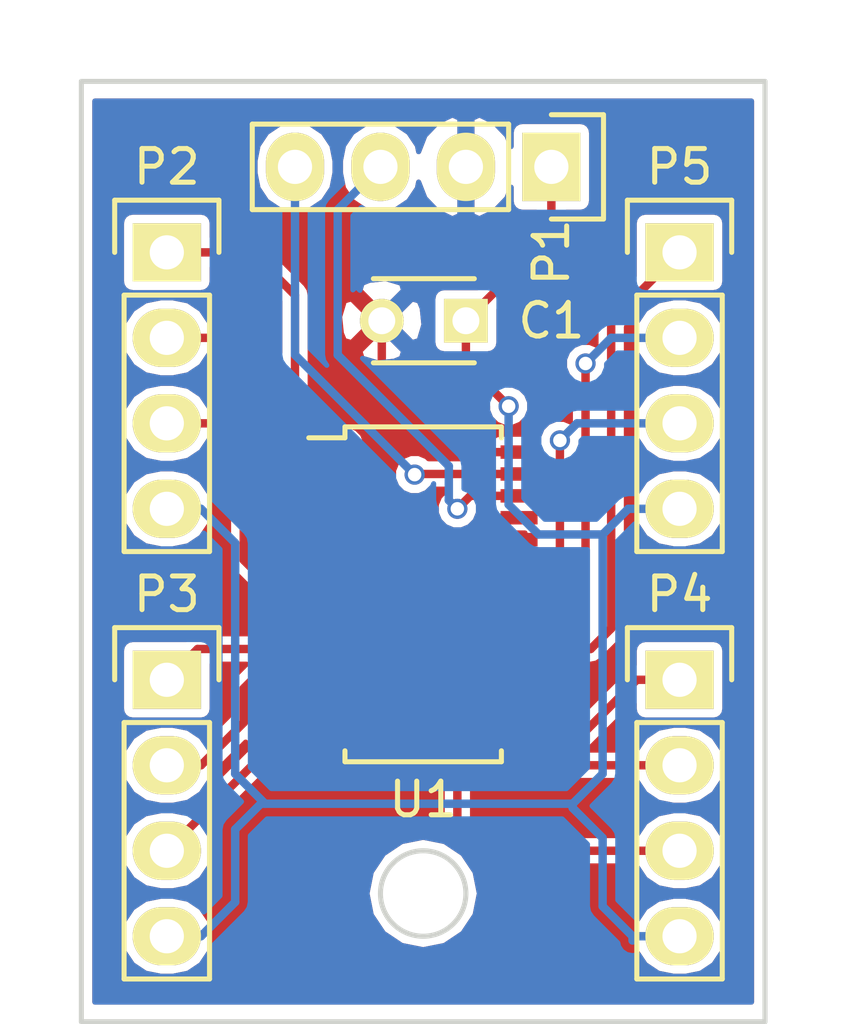
<source format=kicad_pcb>
(kicad_pcb (version 4) (host pcbnew 4.0.1-stable)

  (general
    (links 30)
    (no_connects 0)
    (area 135.861667 88.871666 161.318334 119.455001)
    (thickness 1.6)
    (drawings 5)
    (tracks 141)
    (zones 0)
    (modules 7)
    (nets 17)
  )

  (page A4)
  (layers
    (0 F.Cu signal)
    (31 B.Cu signal hide)
    (32 B.Adhes user)
    (33 F.Adhes user)
    (34 B.Paste user)
    (35 F.Paste user)
    (36 B.SilkS user)
    (37 F.SilkS user)
    (38 B.Mask user)
    (39 F.Mask user)
    (40 Dwgs.User user)
    (41 Cmts.User user)
    (42 Eco1.User user)
    (43 Eco2.User user)
    (44 Edge.Cuts user)
    (45 Margin user)
    (46 B.CrtYd user)
    (47 F.CrtYd user)
    (48 B.Fab user)
    (49 F.Fab user)
  )

  (setup
    (last_trace_width 0.25)
    (trace_clearance 0.2)
    (zone_clearance 0.25)
    (zone_45_only yes)
    (trace_min 0.2)
    (segment_width 0.2)
    (edge_width 0.15)
    (via_size 0.6)
    (via_drill 0.4)
    (via_min_size 0.4)
    (via_min_drill 0.3)
    (uvia_size 0.3)
    (uvia_drill 0.1)
    (uvias_allowed no)
    (uvia_min_size 0.2)
    (uvia_min_drill 0.1)
    (pcb_text_width 0.3)
    (pcb_text_size 1.5 1.5)
    (mod_edge_width 0.15)
    (mod_text_size 1 1)
    (mod_text_width 0.15)
    (pad_size 1.524 1.524)
    (pad_drill 0.762)
    (pad_to_mask_clearance 0.2)
    (aux_axis_origin 0 0)
    (visible_elements FFFEFF7F)
    (pcbplotparams
      (layerselection 0x00030_80000001)
      (usegerberextensions false)
      (excludeedgelayer true)
      (linewidth 0.100000)
      (plotframeref false)
      (viasonmask false)
      (mode 1)
      (useauxorigin false)
      (hpglpennumber 1)
      (hpglpenspeed 20)
      (hpglpendiameter 15)
      (hpglpenoverlay 2)
      (psnegative false)
      (psa4output false)
      (plotreference true)
      (plotvalue true)
      (plotinvisibletext false)
      (padsonsilk false)
      (subtractmaskfromsilk false)
      (outputformat 1)
      (mirror false)
      (drillshape 1)
      (scaleselection 1)
      (outputdirectory ""))
  )

  (net 0 "")
  (net 1 VDD)
  (net 2 GND)
  (net 3 "Net-(P1-Pad3)")
  (net 4 "Net-(P1-Pad4)")
  (net 5 "Net-(P2-Pad2)")
  (net 6 "Net-(P2-Pad3)")
  (net 7 "Net-(P3-Pad1)")
  (net 8 "Net-(P3-Pad2)")
  (net 9 "Net-(P3-Pad3)")
  (net 10 "Net-(P4-Pad1)")
  (net 11 "Net-(P4-Pad2)")
  (net 12 "Net-(P4-Pad3)")
  (net 13 "Net-(P5-Pad1)")
  (net 14 "Net-(P5-Pad2)")
  (net 15 "Net-(P5-Pad3)")
  (net 16 "Net-(P2-Pad1)")

  (net_class Default "This is the default net class."
    (clearance 0.2)
    (trace_width 0.25)
    (via_dia 0.6)
    (via_drill 0.4)
    (uvia_dia 0.3)
    (uvia_drill 0.1)
    (add_net GND)
    (add_net "Net-(P1-Pad3)")
    (add_net "Net-(P1-Pad4)")
    (add_net "Net-(P2-Pad1)")
    (add_net "Net-(P2-Pad2)")
    (add_net "Net-(P2-Pad3)")
    (add_net "Net-(P3-Pad1)")
    (add_net "Net-(P3-Pad2)")
    (add_net "Net-(P3-Pad3)")
    (add_net "Net-(P4-Pad1)")
    (add_net "Net-(P4-Pad2)")
    (add_net "Net-(P4-Pad3)")
    (add_net "Net-(P5-Pad1)")
    (add_net "Net-(P5-Pad2)")
    (add_net "Net-(P5-Pad3)")
    (add_net VDD)
  )

  (module Capacitors_ThroughHole:C_Disc_D3_P2.5 (layer F.Cu) (tedit 59693C24) (tstamp 59693B98)
    (at 149.86 98.552 180)
    (descr "Capacitor 3mm Disc, Pitch 2.5mm")
    (tags Capacitor)
    (path /59663400)
    (fp_text reference C1 (at -2.54 0 180) (layer F.SilkS)
      (effects (font (size 1 1) (thickness 0.15)))
    )
    (fp_text value C_Small (at 1.25 2.5 180) (layer F.Fab)
      (effects (font (size 1 1) (thickness 0.15)))
    )
    (fp_line (start -0.9 -1.5) (end 3.4 -1.5) (layer F.CrtYd) (width 0.05))
    (fp_line (start 3.4 -1.5) (end 3.4 1.5) (layer F.CrtYd) (width 0.05))
    (fp_line (start 3.4 1.5) (end -0.9 1.5) (layer F.CrtYd) (width 0.05))
    (fp_line (start -0.9 1.5) (end -0.9 -1.5) (layer F.CrtYd) (width 0.05))
    (fp_line (start -0.25 -1.25) (end 2.75 -1.25) (layer F.SilkS) (width 0.15))
    (fp_line (start 2.75 1.25) (end -0.25 1.25) (layer F.SilkS) (width 0.15))
    (pad 1 thru_hole rect (at 0 0 180) (size 1.3 1.3) (drill 0.8) (layers *.Cu *.Mask F.SilkS)
      (net 1 VDD))
    (pad 2 thru_hole circle (at 2.5 0 180) (size 1.3 1.3) (drill 0.8001) (layers *.Cu *.Mask F.SilkS)
      (net 2 GND))
    (model Capacitors_ThroughHole.3dshapes/C_Disc_D3_P2.5.wrl
      (at (xyz 0.0492126 0 0))
      (scale (xyz 1 1 1))
      (rotate (xyz 0 0 0))
    )
  )

  (module Pin_Headers:Pin_Header_Straight_1x04 (layer F.Cu) (tedit 59693C8A) (tstamp 59693BA0)
    (at 152.4 93.98 270)
    (descr "Through hole pin header")
    (tags "pin header")
    (path /596634A6)
    (fp_text reference P1 (at 2.54 0 270) (layer F.SilkS)
      (effects (font (size 1 1) (thickness 0.15)))
    )
    (fp_text value CONN_01X04 (at 0 -3.1 270) (layer F.Fab)
      (effects (font (size 1 1) (thickness 0.15)))
    )
    (fp_line (start -1.75 -1.75) (end -1.75 9.4) (layer F.CrtYd) (width 0.05))
    (fp_line (start 1.75 -1.75) (end 1.75 9.4) (layer F.CrtYd) (width 0.05))
    (fp_line (start -1.75 -1.75) (end 1.75 -1.75) (layer F.CrtYd) (width 0.05))
    (fp_line (start -1.75 9.4) (end 1.75 9.4) (layer F.CrtYd) (width 0.05))
    (fp_line (start -1.27 1.27) (end -1.27 8.89) (layer F.SilkS) (width 0.15))
    (fp_line (start 1.27 1.27) (end 1.27 8.89) (layer F.SilkS) (width 0.15))
    (fp_line (start 1.55 -1.55) (end 1.55 0) (layer F.SilkS) (width 0.15))
    (fp_line (start -1.27 8.89) (end 1.27 8.89) (layer F.SilkS) (width 0.15))
    (fp_line (start 1.27 1.27) (end -1.27 1.27) (layer F.SilkS) (width 0.15))
    (fp_line (start -1.55 0) (end -1.55 -1.55) (layer F.SilkS) (width 0.15))
    (fp_line (start -1.55 -1.55) (end 1.55 -1.55) (layer F.SilkS) (width 0.15))
    (pad 1 thru_hole rect (at 0 0 270) (size 2.032 1.7272) (drill 1.016) (layers *.Cu *.Mask F.SilkS)
      (net 1 VDD))
    (pad 2 thru_hole oval (at 0 2.54 270) (size 2.032 1.7272) (drill 1.016) (layers *.Cu *.Mask F.SilkS)
      (net 2 GND))
    (pad 3 thru_hole oval (at 0 5.08 270) (size 2.032 1.7272) (drill 1.016) (layers *.Cu *.Mask F.SilkS)
      (net 3 "Net-(P1-Pad3)"))
    (pad 4 thru_hole oval (at 0 7.62 270) (size 2.032 1.7272) (drill 1.016) (layers *.Cu *.Mask F.SilkS)
      (net 4 "Net-(P1-Pad4)"))
    (model Pin_Headers.3dshapes/Pin_Header_Straight_1x04.wrl
      (at (xyz 0 -0.15 0))
      (scale (xyz 1 1 1))
      (rotate (xyz 0 0 90))
    )
  )

  (module Pin_Headers:Pin_Header_Straight_1x04 (layer F.Cu) (tedit 59693C6E) (tstamp 59693BA8)
    (at 140.97 96.52)
    (descr "Through hole pin header")
    (tags "pin header")
    (path /5966307A)
    (fp_text reference P2 (at 0 -2.54) (layer F.SilkS)
      (effects (font (size 1 1) (thickness 0.15)))
    )
    (fp_text value CONN_01X04 (at 0 -3.1) (layer F.Fab)
      (effects (font (size 1 1) (thickness 0.15)))
    )
    (fp_line (start -1.75 -1.75) (end -1.75 9.4) (layer F.CrtYd) (width 0.05))
    (fp_line (start 1.75 -1.75) (end 1.75 9.4) (layer F.CrtYd) (width 0.05))
    (fp_line (start -1.75 -1.75) (end 1.75 -1.75) (layer F.CrtYd) (width 0.05))
    (fp_line (start -1.75 9.4) (end 1.75 9.4) (layer F.CrtYd) (width 0.05))
    (fp_line (start -1.27 1.27) (end -1.27 8.89) (layer F.SilkS) (width 0.15))
    (fp_line (start 1.27 1.27) (end 1.27 8.89) (layer F.SilkS) (width 0.15))
    (fp_line (start 1.55 -1.55) (end 1.55 0) (layer F.SilkS) (width 0.15))
    (fp_line (start -1.27 8.89) (end 1.27 8.89) (layer F.SilkS) (width 0.15))
    (fp_line (start 1.27 1.27) (end -1.27 1.27) (layer F.SilkS) (width 0.15))
    (fp_line (start -1.55 0) (end -1.55 -1.55) (layer F.SilkS) (width 0.15))
    (fp_line (start -1.55 -1.55) (end 1.55 -1.55) (layer F.SilkS) (width 0.15))
    (pad 1 thru_hole rect (at 0 0) (size 2.032 1.7272) (drill 1.016) (layers *.Cu *.Mask F.SilkS)
      (net 16 "Net-(P2-Pad1)"))
    (pad 2 thru_hole oval (at 0 2.54) (size 2.032 1.7272) (drill 1.016) (layers *.Cu *.Mask F.SilkS)
      (net 5 "Net-(P2-Pad2)"))
    (pad 3 thru_hole oval (at 0 5.08) (size 2.032 1.7272) (drill 1.016) (layers *.Cu *.Mask F.SilkS)
      (net 6 "Net-(P2-Pad3)"))
    (pad 4 thru_hole oval (at 0 7.62) (size 2.032 1.7272) (drill 1.016) (layers *.Cu *.Mask F.SilkS)
      (net 1 VDD))
    (model Pin_Headers.3dshapes/Pin_Header_Straight_1x04.wrl
      (at (xyz 0 -0.15 0))
      (scale (xyz 1 1 1))
      (rotate (xyz 0 0 90))
    )
  )

  (module Pin_Headers:Pin_Header_Straight_1x04 (layer F.Cu) (tedit 59693C77) (tstamp 59693BB0)
    (at 140.97 109.22)
    (descr "Through hole pin header")
    (tags "pin header")
    (path /596630A9)
    (fp_text reference P3 (at 0 -2.54) (layer F.SilkS)
      (effects (font (size 1 1) (thickness 0.15)))
    )
    (fp_text value CONN_01X04 (at 0 -3.1) (layer F.Fab)
      (effects (font (size 1 1) (thickness 0.15)))
    )
    (fp_line (start -1.75 -1.75) (end -1.75 9.4) (layer F.CrtYd) (width 0.05))
    (fp_line (start 1.75 -1.75) (end 1.75 9.4) (layer F.CrtYd) (width 0.05))
    (fp_line (start -1.75 -1.75) (end 1.75 -1.75) (layer F.CrtYd) (width 0.05))
    (fp_line (start -1.75 9.4) (end 1.75 9.4) (layer F.CrtYd) (width 0.05))
    (fp_line (start -1.27 1.27) (end -1.27 8.89) (layer F.SilkS) (width 0.15))
    (fp_line (start 1.27 1.27) (end 1.27 8.89) (layer F.SilkS) (width 0.15))
    (fp_line (start 1.55 -1.55) (end 1.55 0) (layer F.SilkS) (width 0.15))
    (fp_line (start -1.27 8.89) (end 1.27 8.89) (layer F.SilkS) (width 0.15))
    (fp_line (start 1.27 1.27) (end -1.27 1.27) (layer F.SilkS) (width 0.15))
    (fp_line (start -1.55 0) (end -1.55 -1.55) (layer F.SilkS) (width 0.15))
    (fp_line (start -1.55 -1.55) (end 1.55 -1.55) (layer F.SilkS) (width 0.15))
    (pad 1 thru_hole rect (at 0 0) (size 2.032 1.7272) (drill 1.016) (layers *.Cu *.Mask F.SilkS)
      (net 7 "Net-(P3-Pad1)"))
    (pad 2 thru_hole oval (at 0 2.54) (size 2.032 1.7272) (drill 1.016) (layers *.Cu *.Mask F.SilkS)
      (net 8 "Net-(P3-Pad2)"))
    (pad 3 thru_hole oval (at 0 5.08) (size 2.032 1.7272) (drill 1.016) (layers *.Cu *.Mask F.SilkS)
      (net 9 "Net-(P3-Pad3)"))
    (pad 4 thru_hole oval (at 0 7.62) (size 2.032 1.7272) (drill 1.016) (layers *.Cu *.Mask F.SilkS)
      (net 1 VDD))
    (model Pin_Headers.3dshapes/Pin_Header_Straight_1x04.wrl
      (at (xyz 0 -0.15 0))
      (scale (xyz 1 1 1))
      (rotate (xyz 0 0 90))
    )
  )

  (module Pin_Headers:Pin_Header_Straight_1x04 (layer F.Cu) (tedit 59693C9A) (tstamp 59693BB8)
    (at 156.21 109.22)
    (descr "Through hole pin header")
    (tags "pin header")
    (path /596630D3)
    (fp_text reference P4 (at 0 -2.54) (layer F.SilkS)
      (effects (font (size 1 1) (thickness 0.15)))
    )
    (fp_text value CONN_01X04 (at 0 -3.1) (layer F.Fab)
      (effects (font (size 1 1) (thickness 0.15)))
    )
    (fp_line (start -1.75 -1.75) (end -1.75 9.4) (layer F.CrtYd) (width 0.05))
    (fp_line (start 1.75 -1.75) (end 1.75 9.4) (layer F.CrtYd) (width 0.05))
    (fp_line (start -1.75 -1.75) (end 1.75 -1.75) (layer F.CrtYd) (width 0.05))
    (fp_line (start -1.75 9.4) (end 1.75 9.4) (layer F.CrtYd) (width 0.05))
    (fp_line (start -1.27 1.27) (end -1.27 8.89) (layer F.SilkS) (width 0.15))
    (fp_line (start 1.27 1.27) (end 1.27 8.89) (layer F.SilkS) (width 0.15))
    (fp_line (start 1.55 -1.55) (end 1.55 0) (layer F.SilkS) (width 0.15))
    (fp_line (start -1.27 8.89) (end 1.27 8.89) (layer F.SilkS) (width 0.15))
    (fp_line (start 1.27 1.27) (end -1.27 1.27) (layer F.SilkS) (width 0.15))
    (fp_line (start -1.55 0) (end -1.55 -1.55) (layer F.SilkS) (width 0.15))
    (fp_line (start -1.55 -1.55) (end 1.55 -1.55) (layer F.SilkS) (width 0.15))
    (pad 1 thru_hole rect (at 0 0) (size 2.032 1.7272) (drill 1.016) (layers *.Cu *.Mask F.SilkS)
      (net 10 "Net-(P4-Pad1)"))
    (pad 2 thru_hole oval (at 0 2.54) (size 2.032 1.7272) (drill 1.016) (layers *.Cu *.Mask F.SilkS)
      (net 11 "Net-(P4-Pad2)"))
    (pad 3 thru_hole oval (at 0 5.08) (size 2.032 1.7272) (drill 1.016) (layers *.Cu *.Mask F.SilkS)
      (net 12 "Net-(P4-Pad3)"))
    (pad 4 thru_hole oval (at 0 7.62) (size 2.032 1.7272) (drill 1.016) (layers *.Cu *.Mask F.SilkS)
      (net 1 VDD))
    (model Pin_Headers.3dshapes/Pin_Header_Straight_1x04.wrl
      (at (xyz 0 -0.15 0))
      (scale (xyz 1 1 1))
      (rotate (xyz 0 0 90))
    )
  )

  (module Pin_Headers:Pin_Header_Straight_1x04 (layer F.Cu) (tedit 59693C81) (tstamp 59693BC0)
    (at 156.21 96.52)
    (descr "Through hole pin header")
    (tags "pin header")
    (path /596630FB)
    (fp_text reference P5 (at 0 -2.54) (layer F.SilkS)
      (effects (font (size 1 1) (thickness 0.15)))
    )
    (fp_text value CONN_01X04 (at 0 -3.1) (layer F.Fab)
      (effects (font (size 1 1) (thickness 0.15)))
    )
    (fp_line (start -1.75 -1.75) (end -1.75 9.4) (layer F.CrtYd) (width 0.05))
    (fp_line (start 1.75 -1.75) (end 1.75 9.4) (layer F.CrtYd) (width 0.05))
    (fp_line (start -1.75 -1.75) (end 1.75 -1.75) (layer F.CrtYd) (width 0.05))
    (fp_line (start -1.75 9.4) (end 1.75 9.4) (layer F.CrtYd) (width 0.05))
    (fp_line (start -1.27 1.27) (end -1.27 8.89) (layer F.SilkS) (width 0.15))
    (fp_line (start 1.27 1.27) (end 1.27 8.89) (layer F.SilkS) (width 0.15))
    (fp_line (start 1.55 -1.55) (end 1.55 0) (layer F.SilkS) (width 0.15))
    (fp_line (start -1.27 8.89) (end 1.27 8.89) (layer F.SilkS) (width 0.15))
    (fp_line (start 1.27 1.27) (end -1.27 1.27) (layer F.SilkS) (width 0.15))
    (fp_line (start -1.55 0) (end -1.55 -1.55) (layer F.SilkS) (width 0.15))
    (fp_line (start -1.55 -1.55) (end 1.55 -1.55) (layer F.SilkS) (width 0.15))
    (pad 1 thru_hole rect (at 0 0) (size 2.032 1.7272) (drill 1.016) (layers *.Cu *.Mask F.SilkS)
      (net 13 "Net-(P5-Pad1)"))
    (pad 2 thru_hole oval (at 0 2.54) (size 2.032 1.7272) (drill 1.016) (layers *.Cu *.Mask F.SilkS)
      (net 14 "Net-(P5-Pad2)"))
    (pad 3 thru_hole oval (at 0 5.08) (size 2.032 1.7272) (drill 1.016) (layers *.Cu *.Mask F.SilkS)
      (net 15 "Net-(P5-Pad3)"))
    (pad 4 thru_hole oval (at 0 7.62) (size 2.032 1.7272) (drill 1.016) (layers *.Cu *.Mask F.SilkS)
      (net 1 VDD))
    (model Pin_Headers.3dshapes/Pin_Header_Straight_1x04.wrl
      (at (xyz 0 -0.15 0))
      (scale (xyz 1 1 1))
      (rotate (xyz 0 0 90))
    )
  )

  (module Housings_SSOP:TSSOP-28_4.4x9.7mm_Pitch0.65mm (layer F.Cu) (tedit 59693F24) (tstamp 59693BE0)
    (at 148.59 106.68)
    (descr "TSSOP28: plastic thin shrink small outline package; 28 leads; body width 4.4 mm; (see NXP SSOP-TSSOP-VSO-REFLOW.pdf and sot361-1_po.pdf)")
    (tags "SSOP 0.65")
    (path /596628F0)
    (attr smd)
    (fp_text reference U1 (at 0 6.096) (layer F.SilkS)
      (effects (font (size 1 1) (thickness 0.15)))
    )
    (fp_text value PCA9685 (at 0 5.9) (layer F.Fab)
      (effects (font (size 1 1) (thickness 0.15)))
    )
    (fp_line (start -3.65 -5.15) (end -3.65 5.15) (layer F.CrtYd) (width 0.05))
    (fp_line (start 3.65 -5.15) (end 3.65 5.15) (layer F.CrtYd) (width 0.05))
    (fp_line (start -3.65 -5.15) (end 3.65 -5.15) (layer F.CrtYd) (width 0.05))
    (fp_line (start -3.65 5.15) (end 3.65 5.15) (layer F.CrtYd) (width 0.05))
    (fp_line (start -2.325 -4.975) (end -2.325 -4.65) (layer F.SilkS) (width 0.15))
    (fp_line (start 2.325 -4.975) (end 2.325 -4.65) (layer F.SilkS) (width 0.15))
    (fp_line (start 2.325 4.975) (end 2.325 4.65) (layer F.SilkS) (width 0.15))
    (fp_line (start -2.325 4.975) (end -2.325 4.65) (layer F.SilkS) (width 0.15))
    (fp_line (start -2.325 -4.975) (end 2.325 -4.975) (layer F.SilkS) (width 0.15))
    (fp_line (start -2.325 4.975) (end 2.325 4.975) (layer F.SilkS) (width 0.15))
    (fp_line (start -2.325 -4.65) (end -3.4 -4.65) (layer F.SilkS) (width 0.15))
    (pad 1 smd rect (at -2.85 -4.225) (size 1.1 0.4) (layers F.Cu F.Paste F.Mask)
      (net 2 GND))
    (pad 2 smd rect (at -2.85 -3.575) (size 1.1 0.4) (layers F.Cu F.Paste F.Mask)
      (net 2 GND))
    (pad 3 smd rect (at -2.85 -2.925) (size 1.1 0.4) (layers F.Cu F.Paste F.Mask)
      (net 2 GND))
    (pad 4 smd rect (at -2.85 -2.275) (size 1.1 0.4) (layers F.Cu F.Paste F.Mask)
      (net 2 GND))
    (pad 5 smd rect (at -2.85 -1.625) (size 1.1 0.4) (layers F.Cu F.Paste F.Mask)
      (net 2 GND))
    (pad 6 smd rect (at -2.85 -0.975) (size 1.1 0.4) (layers F.Cu F.Paste F.Mask)
      (net 16 "Net-(P2-Pad1)"))
    (pad 7 smd rect (at -2.85 -0.325) (size 1.1 0.4) (layers F.Cu F.Paste F.Mask)
      (net 5 "Net-(P2-Pad2)"))
    (pad 8 smd rect (at -2.85 0.325) (size 1.1 0.4) (layers F.Cu F.Paste F.Mask)
      (net 6 "Net-(P2-Pad3)"))
    (pad 9 smd rect (at -2.85 0.975) (size 1.1 0.4) (layers F.Cu F.Paste F.Mask))
    (pad 10 smd rect (at -2.85 1.625) (size 1.1 0.4) (layers F.Cu F.Paste F.Mask)
      (net 7 "Net-(P3-Pad1)"))
    (pad 11 smd rect (at -2.85 2.275) (size 1.1 0.4) (layers F.Cu F.Paste F.Mask)
      (net 8 "Net-(P3-Pad2)"))
    (pad 12 smd rect (at -2.85 2.925) (size 1.1 0.4) (layers F.Cu F.Paste F.Mask)
      (net 9 "Net-(P3-Pad3)"))
    (pad 13 smd rect (at -2.85 3.575) (size 1.1 0.4) (layers F.Cu F.Paste F.Mask))
    (pad 14 smd rect (at -2.85 4.225) (size 1.1 0.4) (layers F.Cu F.Paste F.Mask)
      (net 2 GND))
    (pad 15 smd rect (at 2.85 4.225) (size 1.1 0.4) (layers F.Cu F.Paste F.Mask)
      (net 10 "Net-(P4-Pad1)"))
    (pad 16 smd rect (at 2.85 3.575) (size 1.1 0.4) (layers F.Cu F.Paste F.Mask)
      (net 11 "Net-(P4-Pad2)"))
    (pad 17 smd rect (at 2.85 2.925) (size 1.1 0.4) (layers F.Cu F.Paste F.Mask)
      (net 12 "Net-(P4-Pad3)"))
    (pad 18 smd rect (at 2.85 2.275) (size 1.1 0.4) (layers F.Cu F.Paste F.Mask))
    (pad 19 smd rect (at 2.85 1.625) (size 1.1 0.4) (layers F.Cu F.Paste F.Mask)
      (net 13 "Net-(P5-Pad1)"))
    (pad 20 smd rect (at 2.85 0.975) (size 1.1 0.4) (layers F.Cu F.Paste F.Mask)
      (net 14 "Net-(P5-Pad2)"))
    (pad 21 smd rect (at 2.85 0.325) (size 1.1 0.4) (layers F.Cu F.Paste F.Mask)
      (net 15 "Net-(P5-Pad3)"))
    (pad 22 smd rect (at 2.85 -0.325) (size 1.1 0.4) (layers F.Cu F.Paste F.Mask))
    (pad 23 smd rect (at 2.85 -0.975) (size 1.1 0.4) (layers F.Cu F.Paste F.Mask)
      (net 2 GND))
    (pad 24 smd rect (at 2.85 -1.625) (size 1.1 0.4) (layers F.Cu F.Paste F.Mask)
      (net 2 GND))
    (pad 25 smd rect (at 2.85 -2.275) (size 1.1 0.4) (layers F.Cu F.Paste F.Mask)
      (net 2 GND))
    (pad 26 smd rect (at 2.85 -2.925) (size 1.1 0.4) (layers F.Cu F.Paste F.Mask)
      (net 3 "Net-(P1-Pad3)"))
    (pad 27 smd rect (at 2.85 -3.575) (size 1.1 0.4) (layers F.Cu F.Paste F.Mask)
      (net 4 "Net-(P1-Pad4)"))
    (pad 28 smd rect (at 2.85 -4.225) (size 1.1 0.4) (layers F.Cu F.Paste F.Mask)
      (net 1 VDD))
    (model Housings_SSOP.3dshapes/TSSOP-28_4.4x9.7mm_Pitch0.65mm.wrl
      (at (xyz 0 0 0))
      (scale (xyz 1 1 1))
      (rotate (xyz 0 0 0))
    )
  )

  (gr_circle (center 148.59 115.57) (end 148.59 116.84) (layer Edge.Cuts) (width 0.15))
  (gr_line (start 138.43 119.38) (end 158.75 119.38) (angle 90) (layer Edge.Cuts) (width 0.15))
  (gr_line (start 138.43 119.38) (end 138.43 91.44) (angle 90) (layer Edge.Cuts) (width 0.15))
  (gr_line (start 158.75 91.44) (end 158.75 119.38) (angle 90) (layer Edge.Cuts) (width 0.15))
  (gr_line (start 138.43 91.44) (end 158.75 91.44) (angle 90) (layer Edge.Cuts) (width 0.15))

  (segment (start 150.622 100.584) (end 149.86 99.822) (width 0.25) (layer F.Cu) (net 1))
  (segment (start 153.035 112.903) (end 153.035 113.03) (width 0.25) (layer B.Cu) (net 1))
  (segment (start 153.035 113.03) (end 153.924 113.919) (width 0.25) (layer B.Cu) (net 1) (tstamp 598B17DD))
  (segment (start 143.891 112.903) (end 143.764 112.903) (width 0.25) (layer B.Cu) (net 1))
  (segment (start 143.764 112.903) (end 143.002 113.665) (width 0.25) (layer B.Cu) (net 1) (tstamp 598B17D6))
  (segment (start 140.97 116.84) (end 141.986 116.84) (width 0.25) (layer B.Cu) (net 1))
  (segment (start 141.986 116.84) (end 143.002 115.824) (width 0.25) (layer B.Cu) (net 1) (tstamp 598B17CE))
  (segment (start 143.002 112.014) (end 143.891 112.903) (width 0.25) (layer B.Cu) (net 1))
  (segment (start 153.035 112.903) (end 153.924 112.014) (width 0.25) (layer B.Cu) (net 1) (tstamp 598B17A3))
  (segment (start 143.891 112.903) (end 153.035 112.903) (width 0.25) (layer B.Cu) (net 1) (tstamp 598B17A2))
  (segment (start 152.019 104.902) (end 153.924 104.902) (width 0.25) (layer B.Cu) (net 1) (tstamp 598B1143))
  (segment (start 151.13 104.013) (end 152.019 104.902) (width 0.25) (layer B.Cu) (net 1) (tstamp 598B113D))
  (segment (start 151.13 101.092) (end 151.13 104.013) (width 0.25) (layer B.Cu) (net 1) (tstamp 598B113C))
  (via (at 151.13 101.092) (size 0.6) (drill 0.4) (layers F.Cu B.Cu) (net 1))
  (segment (start 150.622 100.584) (end 151.13 101.092) (width 0.25) (layer F.Cu) (net 1) (tstamp 598B1135))
  (segment (start 140.97 104.14) (end 141.986 104.14) (width 0.25) (layer B.Cu) (net 1))
  (segment (start 141.986 104.14) (end 143.002 105.156) (width 0.25) (layer B.Cu) (net 1) (tstamp 598B10FD))
  (segment (start 143.002 105.156) (end 143.002 112.014) (width 0.25) (layer B.Cu) (net 1) (tstamp 598B1100))
  (segment (start 143.002 113.665) (end 143.002 115.824) (width 0.25) (layer B.Cu) (net 1) (tstamp 598B17DB))
  (segment (start 154.813 116.84) (end 154.813 116.967) (width 0.25) (layer B.Cu) (net 1))
  (segment (start 156.21 104.14) (end 154.686 104.14) (width 0.25) (layer B.Cu) (net 1))
  (segment (start 154.686 104.14) (end 153.924 104.902) (width 0.25) (layer B.Cu) (net 1) (tstamp 598B10E3))
  (segment (start 154.813 116.84) (end 156.21 116.84) (width 0.25) (layer B.Cu) (net 1) (tstamp 598B10EA))
  (segment (start 153.924 115.951) (end 154.813 116.84) (width 0.25) (layer B.Cu) (net 1) (tstamp 598B10E8))
  (segment (start 153.924 113.919) (end 153.924 115.951) (width 0.25) (layer B.Cu) (net 1) (tstamp 598B17E3))
  (segment (start 153.924 104.902) (end 153.924 112.014) (width 0.25) (layer B.Cu) (net 1) (tstamp 598B10E4))
  (segment (start 149.86 98.552) (end 149.86 99.822) (width 0.25) (layer F.Cu) (net 1))
  (segment (start 149.86 99.822) (end 149.86 100.584) (width 0.25) (layer F.Cu) (net 1) (tstamp 598B1831))
  (segment (start 149.86 100.584) (end 149.86 101.854) (width 0.25) (layer F.Cu) (net 1) (tstamp 598B1133))
  (segment (start 150.461 102.455) (end 151.44 102.455) (width 0.25) (layer F.Cu) (net 1) (tstamp 59693DBD))
  (segment (start 149.86 101.854) (end 150.461 102.455) (width 0.25) (layer F.Cu) (net 1) (tstamp 59693DB8))
  (segment (start 152.4 93.98) (end 152.4 96.012) (width 0.25) (layer F.Cu) (net 1))
  (segment (start 152.4 96.012) (end 149.86 98.552) (width 0.25) (layer F.Cu) (net 1) (tstamp 59693DB3))
  (segment (start 150.114 105.156) (end 150.114 105.664) (width 0.25) (layer F.Cu) (net 2))
  (segment (start 150.155 105.705) (end 151.44 105.705) (width 0.25) (layer F.Cu) (net 2) (tstamp 59693E81))
  (segment (start 150.114 105.664) (end 150.155 105.705) (width 0.25) (layer F.Cu) (net 2) (tstamp 59693E80))
  (segment (start 150.114 105.156) (end 150.114 104.648) (width 0.25) (layer F.Cu) (net 2))
  (segment (start 150.357 104.405) (end 151.44 104.405) (width 0.25) (layer F.Cu) (net 2) (tstamp 59693E7D))
  (segment (start 150.114 104.648) (end 150.357 104.405) (width 0.25) (layer F.Cu) (net 2) (tstamp 59693E7C))
  (segment (start 147.32 105.156) (end 150.114 105.156) (width 0.25) (layer F.Cu) (net 2))
  (segment (start 150.114 105.156) (end 151.339 105.156) (width 0.25) (layer F.Cu) (net 2) (tstamp 59693E7A))
  (segment (start 151.339 105.156) (end 151.44 105.055) (width 0.25) (layer F.Cu) (net 2) (tstamp 59693E75))
  (segment (start 145.74 105.055) (end 147.36 105.055) (width 0.25) (layer F.Cu) (net 2))
  (segment (start 147.32 105.156) (end 147.36 105.156) (width 0.25) (layer F.Cu) (net 2) (tstamp 59693E54))
  (segment (start 147.32 105.095) (end 147.32 105.156) (width 0.25) (layer F.Cu) (net 2) (tstamp 59693E53))
  (segment (start 147.36 105.055) (end 147.32 105.095) (width 0.25) (layer F.Cu) (net 2) (tstamp 59693E52))
  (segment (start 145.74 104.405) (end 147.36 104.405) (width 0.25) (layer F.Cu) (net 2))
  (segment (start 147.32 104.394) (end 147.36 104.394) (width 0.25) (layer F.Cu) (net 2) (tstamp 59693E4F))
  (segment (start 147.349 104.394) (end 147.32 104.394) (width 0.25) (layer F.Cu) (net 2) (tstamp 59693E4E))
  (segment (start 147.36 104.405) (end 147.349 104.394) (width 0.25) (layer F.Cu) (net 2) (tstamp 59693E4D))
  (segment (start 145.74 103.755) (end 147.36 103.755) (width 0.25) (layer F.Cu) (net 2))
  (segment (start 147.32 103.886) (end 147.36 103.886) (width 0.25) (layer F.Cu) (net 2) (tstamp 59693E4A))
  (segment (start 147.32 103.795) (end 147.32 103.886) (width 0.25) (layer F.Cu) (net 2) (tstamp 59693E49))
  (segment (start 147.36 103.755) (end 147.32 103.795) (width 0.25) (layer F.Cu) (net 2) (tstamp 59693E48))
  (segment (start 145.74 103.105) (end 147.36 103.105) (width 0.25) (layer F.Cu) (net 2))
  (segment (start 147.32 103.124) (end 147.36 103.124) (width 0.25) (layer F.Cu) (net 2) (tstamp 59693E45))
  (segment (start 147.341 103.124) (end 147.32 103.124) (width 0.25) (layer F.Cu) (net 2) (tstamp 59693E44))
  (segment (start 147.36 103.105) (end 147.341 103.124) (width 0.25) (layer F.Cu) (net 2) (tstamp 59693E3D))
  (segment (start 147.36 101.854) (end 147.36 103.124) (width 0.25) (layer F.Cu) (net 2))
  (segment (start 147.36 103.124) (end 147.36 103.886) (width 0.25) (layer F.Cu) (net 2) (tstamp 59693E46))
  (segment (start 147.36 103.886) (end 147.36 104.394) (width 0.25) (layer F.Cu) (net 2) (tstamp 59693E4B))
  (segment (start 147.36 104.394) (end 147.36 105.156) (width 0.25) (layer F.Cu) (net 2) (tstamp 59693E50))
  (segment (start 147.36 105.156) (end 147.36 110.45) (width 0.25) (layer F.Cu) (net 2) (tstamp 59693E55))
  (segment (start 146.905 110.905) (end 145.74 110.905) (width 0.25) (layer F.Cu) (net 2) (tstamp 59693E33))
  (segment (start 147.36 110.45) (end 146.905 110.905) (width 0.25) (layer F.Cu) (net 2) (tstamp 59693E31))
  (segment (start 147.36 98.552) (end 147.36 101.854) (width 0.25) (layer F.Cu) (net 2))
  (segment (start 147.36 101.854) (end 147.36 101.814) (width 0.25) (layer F.Cu) (net 2) (tstamp 59693E2F))
  (segment (start 146.719 102.455) (end 145.74 102.455) (width 0.25) (layer F.Cu) (net 2) (tstamp 59693E0B))
  (segment (start 147.36 101.814) (end 146.719 102.455) (width 0.25) (layer F.Cu) (net 2) (tstamp 59693E05))
  (segment (start 149.86 93.98) (end 149.86 96.012) (width 0.25) (layer F.Cu) (net 2))
  (segment (start 149.86 96.012) (end 147.36 98.512) (width 0.25) (layer F.Cu) (net 2) (tstamp 59693DC2))
  (segment (start 147.36 98.512) (end 147.36 98.552) (width 0.25) (layer F.Cu) (net 2) (tstamp 59693DC3))
  (segment (start 151.44 103.755) (end 149.991 103.755) (width 0.25) (layer F.Cu) (net 3))
  (segment (start 146.05 95.25) (end 147.32 93.98) (width 0.25) (layer B.Cu) (net 3) (tstamp 59693ED0))
  (segment (start 146.05 99.568) (end 146.05 95.25) (width 0.25) (layer B.Cu) (net 3) (tstamp 59693ECE))
  (segment (start 149.352 102.87) (end 146.05 99.568) (width 0.25) (layer B.Cu) (net 3) (tstamp 59693EC9))
  (segment (start 149.352 103.886) (end 149.352 102.87) (width 0.25) (layer B.Cu) (net 3) (tstamp 59693EC7))
  (segment (start 149.606 104.14) (end 149.352 103.886) (width 0.25) (layer B.Cu) (net 3) (tstamp 59693EC6))
  (via (at 149.606 104.14) (size 0.6) (drill 0.4) (layers F.Cu B.Cu) (net 3))
  (segment (start 149.991 103.755) (end 149.606 104.14) (width 0.25) (layer F.Cu) (net 3) (tstamp 59693EBC))
  (segment (start 151.44 103.105) (end 148.355 103.105) (width 0.25) (layer F.Cu) (net 4))
  (segment (start 144.78 99.568) (end 144.78 93.98) (width 0.25) (layer B.Cu) (net 4) (tstamp 59693EA0))
  (segment (start 148.336 103.124) (end 144.78 99.568) (width 0.25) (layer B.Cu) (net 4) (tstamp 59693E9F))
  (via (at 148.336 103.124) (size 0.6) (drill 0.4) (layers F.Cu B.Cu) (net 4))
  (segment (start 148.355 103.105) (end 148.336 103.124) (width 0.25) (layer F.Cu) (net 4) (tstamp 59693E8B))
  (segment (start 145.74 106.355) (end 144.836 106.355) (width 0.25) (layer F.Cu) (net 5))
  (segment (start 143.256 99.06) (end 140.97 99.06) (width 0.25) (layer F.Cu) (net 5) (tstamp 598B10A2))
  (segment (start 144.018 99.822) (end 143.256 99.06) (width 0.25) (layer F.Cu) (net 5) (tstamp 598B109F))
  (segment (start 144.018 105.537) (end 144.018 99.822) (width 0.25) (layer F.Cu) (net 5) (tstamp 598B109C))
  (segment (start 144.836 106.355) (end 144.018 105.537) (width 0.25) (layer F.Cu) (net 5) (tstamp 598B1097))
  (segment (start 145.74 107.005) (end 144.597 107.005) (width 0.25) (layer F.Cu) (net 6))
  (segment (start 142.748 101.6) (end 140.97 101.6) (width 0.25) (layer F.Cu) (net 6) (tstamp 598B10B2))
  (segment (start 143.256 102.108) (end 142.748 101.6) (width 0.25) (layer F.Cu) (net 6) (tstamp 598B10B0))
  (segment (start 143.256 105.664) (end 143.256 102.108) (width 0.25) (layer F.Cu) (net 6) (tstamp 598B10AB))
  (segment (start 144.597 107.005) (end 143.256 105.664) (width 0.25) (layer F.Cu) (net 6) (tstamp 598B10A7))
  (segment (start 141.224 101.6) (end 140.97 101.6) (width 0.25) (layer F.Cu) (net 6) (tstamp 59693D59))
  (segment (start 145.74 108.305) (end 141.885 108.305) (width 0.25) (layer F.Cu) (net 7))
  (segment (start 141.885 108.305) (end 140.97 109.22) (width 0.25) (layer F.Cu) (net 7) (tstamp 59693D1B))
  (segment (start 145.74 108.955) (end 143.775 108.955) (width 0.25) (layer F.Cu) (net 8))
  (segment (start 143.256 110.49) (end 141.986 111.76) (width 0.25) (layer F.Cu) (net 8) (tstamp 59693D41))
  (segment (start 143.256 109.474) (end 143.256 110.49) (width 0.25) (layer F.Cu) (net 8) (tstamp 59693D3F))
  (segment (start 143.775 108.955) (end 143.256 109.474) (width 0.25) (layer F.Cu) (net 8) (tstamp 59693D3E))
  (segment (start 141.986 111.76) (end 140.97 111.76) (width 0.25) (layer F.Cu) (net 8) (tstamp 59693D44))
  (segment (start 145.74 109.605) (end 144.141 109.605) (width 0.25) (layer F.Cu) (net 9))
  (segment (start 143.764 111.506) (end 140.97 114.3) (width 0.25) (layer F.Cu) (net 9) (tstamp 59693D4D))
  (segment (start 143.764 109.982) (end 143.764 111.506) (width 0.25) (layer F.Cu) (net 9) (tstamp 59693D4A))
  (segment (start 144.141 109.605) (end 143.764 109.982) (width 0.25) (layer F.Cu) (net 9) (tstamp 59693D49))
  (segment (start 151.44 110.905) (end 153.255 110.905) (width 0.25) (layer F.Cu) (net 10))
  (segment (start 154.94 109.22) (end 156.21 109.22) (width 0.25) (layer F.Cu) (net 10) (tstamp 59693DF2))
  (segment (start 153.255 110.905) (end 154.94 109.22) (width 0.25) (layer F.Cu) (net 10) (tstamp 59693DEF))
  (segment (start 151.44 110.255) (end 150.349 110.255) (width 0.25) (layer F.Cu) (net 11))
  (segment (start 150.622 111.76) (end 156.21 111.76) (width 0.25) (layer F.Cu) (net 11) (tstamp 59693DEC))
  (segment (start 150.114 111.252) (end 150.622 111.76) (width 0.25) (layer F.Cu) (net 11) (tstamp 59693DE9))
  (segment (start 150.114 110.49) (end 150.114 111.252) (width 0.25) (layer F.Cu) (net 11) (tstamp 59693DE6))
  (segment (start 150.349 110.255) (end 150.114 110.49) (width 0.25) (layer F.Cu) (net 11) (tstamp 59693DE5))
  (segment (start 151.44 109.605) (end 149.983 109.605) (width 0.25) (layer F.Cu) (net 12))
  (segment (start 150.368 114.3) (end 156.21 114.3) (width 0.25) (layer F.Cu) (net 12) (tstamp 59693DE1))
  (segment (start 149.606 113.538) (end 150.368 114.3) (width 0.25) (layer F.Cu) (net 12) (tstamp 59693DDF))
  (segment (start 149.606 109.982) (end 149.606 113.538) (width 0.25) (layer F.Cu) (net 12) (tstamp 59693DDD))
  (segment (start 149.983 109.605) (end 149.606 109.982) (width 0.25) (layer F.Cu) (net 12) (tstamp 59693DDC))
  (segment (start 151.44 108.305) (end 153.569 108.305) (width 0.25) (layer F.Cu) (net 13))
  (segment (start 154.178 98.552) (end 156.21 96.52) (width 0.25) (layer F.Cu) (net 13) (tstamp 59693EE2))
  (segment (start 154.178 107.696) (end 154.178 98.552) (width 0.25) (layer F.Cu) (net 13) (tstamp 59693EDE))
  (segment (start 153.569 108.305) (end 154.178 107.696) (width 0.25) (layer F.Cu) (net 13) (tstamp 59693EDD))
  (segment (start 151.44 107.655) (end 152.949 107.655) (width 0.25) (layer F.Cu) (net 14))
  (segment (start 154.178 99.06) (end 156.21 99.06) (width 0.25) (layer B.Cu) (net 14) (tstamp 59693F00))
  (segment (start 153.416 99.822) (end 154.178 99.06) (width 0.25) (layer B.Cu) (net 14) (tstamp 59693EFF))
  (via (at 153.416 99.822) (size 0.6) (drill 0.4) (layers F.Cu B.Cu) (net 14))
  (segment (start 153.416 107.188) (end 153.416 99.822) (width 0.25) (layer F.Cu) (net 14) (tstamp 59693EF4))
  (segment (start 152.949 107.655) (end 153.416 107.188) (width 0.25) (layer F.Cu) (net 14) (tstamp 59693EF2))
  (segment (start 151.44 107.005) (end 152.329 107.005) (width 0.25) (layer F.Cu) (net 15))
  (segment (start 153.162 101.6) (end 156.21 101.6) (width 0.25) (layer B.Cu) (net 15) (tstamp 59693F13))
  (segment (start 152.654 102.108) (end 153.162 101.6) (width 0.25) (layer B.Cu) (net 15) (tstamp 59693F12))
  (via (at 152.654 102.108) (size 0.6) (drill 0.4) (layers F.Cu B.Cu) (net 15))
  (segment (start 152.654 106.68) (end 152.654 102.108) (width 0.25) (layer F.Cu) (net 15) (tstamp 59693F09))
  (segment (start 152.329 107.005) (end 152.654 106.68) (width 0.25) (layer F.Cu) (net 15) (tstamp 59693F06))
  (segment (start 140.97 96.52) (end 143.51 96.52) (width 0.25) (layer F.Cu) (net 16))
  (segment (start 145.075 105.705) (end 145.74 105.705) (width 0.25) (layer F.Cu) (net 16) (tstamp 598B1093))
  (segment (start 144.78 105.41) (end 145.075 105.705) (width 0.25) (layer F.Cu) (net 16) (tstamp 598B1090))
  (segment (start 144.78 97.79) (end 144.78 105.41) (width 0.25) (layer F.Cu) (net 16) (tstamp 598B108B))
  (segment (start 143.51 96.52) (end 144.78 97.79) (width 0.25) (layer F.Cu) (net 16) (tstamp 598B1085))

  (zone (net 2) (net_name GND) (layer F.Cu) (tstamp 59693F85) (hatch edge 0.508)
    (connect_pads (clearance 0.25))
    (min_thickness 0.15)
    (fill yes (arc_segments 16) (thermal_gap 0.508) (thermal_bridge_width 0.508))
    (polygon
      (pts
        (xy 158.496 118.872) (xy 138.684 118.872) (xy 138.684 91.948) (xy 158.496 91.948) (xy 158.496 118.872)
      )
    )
    (filled_polygon
      (pts
        (xy 158.35 118.797) (xy 138.83 118.797) (xy 138.83 116.84) (xy 139.602728 116.84) (xy 139.693205 117.294858)
        (xy 139.950861 117.680467) (xy 140.33647 117.938123) (xy 140.791328 118.0286) (xy 141.148672 118.0286) (xy 141.60353 117.938123)
        (xy 141.989139 117.680467) (xy 142.246795 117.294858) (xy 142.337272 116.84) (xy 142.246795 116.385142) (xy 141.989139 115.999533)
        (xy 141.60353 115.741877) (xy 141.148672 115.6514) (xy 140.791328 115.6514) (xy 140.33647 115.741877) (xy 139.950861 115.999533)
        (xy 139.693205 116.385142) (xy 139.602728 116.84) (xy 138.83 116.84) (xy 138.83 115.57) (xy 146.92 115.57)
        (xy 147.047121 116.209081) (xy 147.409132 116.750868) (xy 147.950919 117.112879) (xy 148.59 117.24) (xy 149.229081 117.112879)
        (xy 149.637472 116.84) (xy 154.842728 116.84) (xy 154.933205 117.294858) (xy 155.190861 117.680467) (xy 155.57647 117.938123)
        (xy 156.031328 118.0286) (xy 156.388672 118.0286) (xy 156.84353 117.938123) (xy 157.229139 117.680467) (xy 157.486795 117.294858)
        (xy 157.577272 116.84) (xy 157.486795 116.385142) (xy 157.229139 115.999533) (xy 156.84353 115.741877) (xy 156.388672 115.6514)
        (xy 156.031328 115.6514) (xy 155.57647 115.741877) (xy 155.190861 115.999533) (xy 154.933205 116.385142) (xy 154.842728 116.84)
        (xy 149.637472 116.84) (xy 149.770868 116.750868) (xy 150.132879 116.209081) (xy 150.26 115.57) (xy 150.132879 114.930919)
        (xy 149.770868 114.389132) (xy 149.229081 114.027121) (xy 148.59 113.9) (xy 147.950919 114.027121) (xy 147.409132 114.389132)
        (xy 147.047121 114.930919) (xy 146.92 115.57) (xy 138.83 115.57) (xy 138.83 104.14) (xy 139.602728 104.14)
        (xy 139.693205 104.594858) (xy 139.950861 104.980467) (xy 140.33647 105.238123) (xy 140.791328 105.3286) (xy 141.148672 105.3286)
        (xy 141.60353 105.238123) (xy 141.989139 104.980467) (xy 142.246795 104.594858) (xy 142.337272 104.14) (xy 142.246795 103.685142)
        (xy 141.989139 103.299533) (xy 141.60353 103.041877) (xy 141.148672 102.9514) (xy 140.791328 102.9514) (xy 140.33647 103.041877)
        (xy 139.950861 103.299533) (xy 139.693205 103.685142) (xy 139.602728 104.14) (xy 138.83 104.14) (xy 138.83 99.06)
        (xy 139.602728 99.06) (xy 139.693205 99.514858) (xy 139.950861 99.900467) (xy 140.33647 100.158123) (xy 140.791328 100.2486)
        (xy 141.148672 100.2486) (xy 141.60353 100.158123) (xy 141.989139 99.900467) (xy 142.246795 99.514858) (xy 142.247761 99.51)
        (xy 143.069604 99.51) (xy 143.568 100.008396) (xy 143.568 101.783604) (xy 143.066198 101.281802) (xy 143.039865 101.264207)
        (xy 142.920208 101.184254) (xy 142.748 101.15) (xy 142.247761 101.15) (xy 142.246795 101.145142) (xy 141.989139 100.759533)
        (xy 141.60353 100.501877) (xy 141.148672 100.4114) (xy 140.791328 100.4114) (xy 140.33647 100.501877) (xy 139.950861 100.759533)
        (xy 139.693205 101.145142) (xy 139.602728 101.6) (xy 139.693205 102.054858) (xy 139.950861 102.440467) (xy 140.33647 102.698123)
        (xy 140.791328 102.7886) (xy 141.148672 102.7886) (xy 141.60353 102.698123) (xy 141.989139 102.440467) (xy 142.246795 102.054858)
        (xy 142.247761 102.05) (xy 142.561604 102.05) (xy 142.806 102.294396) (xy 142.806 105.664) (xy 142.840254 105.836208)
        (xy 142.88622 105.905) (xy 142.937802 105.982198) (xy 144.278802 107.323198) (xy 144.424792 107.420746) (xy 144.597 107.455)
        (xy 144.858633 107.455) (xy 144.858633 107.855) (xy 141.885 107.855) (xy 141.712792 107.889254) (xy 141.566802 107.986802)
        (xy 141.528571 108.025033) (xy 139.954 108.025033) (xy 139.833562 108.047695) (xy 139.722947 108.118874) (xy 139.64874 108.22748)
        (xy 139.622633 108.3564) (xy 139.622633 110.0836) (xy 139.645295 110.204038) (xy 139.716474 110.314653) (xy 139.82508 110.38886)
        (xy 139.954 110.414967) (xy 141.986 110.414967) (xy 142.106438 110.392305) (xy 142.217053 110.321126) (xy 142.29126 110.21252)
        (xy 142.317367 110.0836) (xy 142.317367 108.755) (xy 143.338604 108.755) (xy 142.937802 109.155802) (xy 142.840254 109.301792)
        (xy 142.806 109.474) (xy 142.806 110.303604) (xy 142.069621 111.039983) (xy 141.989139 110.919533) (xy 141.60353 110.661877)
        (xy 141.148672 110.5714) (xy 140.791328 110.5714) (xy 140.33647 110.661877) (xy 139.950861 110.919533) (xy 139.693205 111.305142)
        (xy 139.602728 111.76) (xy 139.693205 112.214858) (xy 139.950861 112.600467) (xy 140.33647 112.858123) (xy 140.791328 112.9486)
        (xy 141.148672 112.9486) (xy 141.60353 112.858123) (xy 141.989139 112.600467) (xy 142.246795 112.214858) (xy 142.269346 112.101485)
        (xy 142.304198 112.078198) (xy 143.314 111.068396) (xy 143.314 111.319604) (xy 141.460231 113.173373) (xy 141.148672 113.1114)
        (xy 140.791328 113.1114) (xy 140.33647 113.201877) (xy 139.950861 113.459533) (xy 139.693205 113.845142) (xy 139.602728 114.3)
        (xy 139.693205 114.754858) (xy 139.950861 115.140467) (xy 140.33647 115.398123) (xy 140.791328 115.4886) (xy 141.148672 115.4886)
        (xy 141.60353 115.398123) (xy 141.989139 115.140467) (xy 142.246795 114.754858) (xy 142.337272 114.3) (xy 142.246795 113.845142)
        (xy 142.172478 113.733918) (xy 144.082198 111.824198) (xy 144.125094 111.76) (xy 144.179746 111.678208) (xy 144.214 111.506)
        (xy 144.214 111.15075) (xy 144.607 111.15075) (xy 144.607 111.220966) (xy 144.695756 111.435243) (xy 144.859757 111.599244)
        (xy 145.074034 111.688) (xy 145.41525 111.688) (xy 145.561 111.54225) (xy 145.561 111.005) (xy 145.919 111.005)
        (xy 145.919 111.54225) (xy 146.06475 111.688) (xy 146.405966 111.688) (xy 146.620243 111.599244) (xy 146.784244 111.435243)
        (xy 146.873 111.220966) (xy 146.873 111.15075) (xy 146.72725 111.005) (xy 145.919 111.005) (xy 145.561 111.005)
        (xy 144.75275 111.005) (xy 144.607 111.15075) (xy 144.214 111.15075) (xy 144.214 110.168396) (xy 144.327396 110.055)
        (xy 144.858633 110.055) (xy 144.858633 110.21188) (xy 144.695756 110.374757) (xy 144.607 110.589034) (xy 144.607 110.65925)
        (xy 144.75275 110.805) (xy 145.561 110.805) (xy 145.561 110.786367) (xy 145.919 110.786367) (xy 145.919 110.805)
        (xy 146.72725 110.805) (xy 146.873 110.65925) (xy 146.873 110.589034) (xy 146.784244 110.374757) (xy 146.621367 110.21188)
        (xy 146.621367 110.055) (xy 146.598705 109.934562) (xy 146.595986 109.930336) (xy 146.621367 109.805) (xy 146.621367 109.405)
        (xy 146.598705 109.284562) (xy 146.595986 109.280336) (xy 146.621367 109.155) (xy 146.621367 108.755) (xy 146.598705 108.634562)
        (xy 146.595986 108.630336) (xy 146.621367 108.505) (xy 146.621367 108.105) (xy 146.598705 107.984562) (xy 146.595986 107.980336)
        (xy 146.621367 107.855) (xy 146.621367 107.455) (xy 146.598705 107.334562) (xy 146.595986 107.330336) (xy 146.621367 107.205)
        (xy 146.621367 106.805) (xy 146.598705 106.684562) (xy 146.595986 106.680336) (xy 146.621367 106.555) (xy 146.621367 106.155)
        (xy 146.598705 106.034562) (xy 146.595986 106.030336) (xy 146.621367 105.905) (xy 146.621367 105.74812) (xy 146.784244 105.585243)
        (xy 146.873 105.370966) (xy 146.873 105.30075) (xy 146.72725 105.155) (xy 146.485635 105.155) (xy 146.620243 105.099244)
        (xy 146.784244 104.935243) (xy 146.810574 104.871676) (xy 146.873 104.80925) (xy 146.873 104.739034) (xy 146.869258 104.73)
        (xy 146.873 104.720966) (xy 146.873 104.65075) (xy 146.810574 104.588324) (xy 146.784244 104.524757) (xy 146.664487 104.405)
        (xy 146.784244 104.285243) (xy 146.810574 104.221676) (xy 146.873 104.15925) (xy 146.873 104.089034) (xy 146.869258 104.08)
        (xy 146.873 104.070966) (xy 146.873 104.00075) (xy 146.810574 103.938324) (xy 146.784244 103.874757) (xy 146.664487 103.755)
        (xy 146.784244 103.635243) (xy 146.810574 103.571676) (xy 146.873 103.50925) (xy 146.873 103.439034) (xy 146.869258 103.43)
        (xy 146.873 103.420966) (xy 146.873 103.35075) (xy 146.810574 103.288324) (xy 146.793779 103.247775) (xy 147.710892 103.247775)
        (xy 147.805842 103.477571) (xy 147.981504 103.65354) (xy 148.211134 103.748891) (xy 148.459775 103.749108) (xy 148.689571 103.654158)
        (xy 148.788902 103.555) (xy 149.385156 103.555) (xy 149.252429 103.609842) (xy 149.07646 103.785504) (xy 148.981109 104.015134)
        (xy 148.980892 104.263775) (xy 149.075842 104.493571) (xy 149.251504 104.66954) (xy 149.481134 104.764891) (xy 149.729775 104.765108)
        (xy 149.959571 104.670158) (xy 150.13554 104.494496) (xy 150.230891 104.264866) (xy 150.230943 104.205) (xy 150.35275 104.205)
        (xy 150.45275 104.305) (xy 150.694365 104.305) (xy 150.559757 104.360756) (xy 150.395756 104.524757) (xy 150.369426 104.588324)
        (xy 150.307 104.65075) (xy 150.307 104.720966) (xy 150.310742 104.73) (xy 150.307 104.739034) (xy 150.307 104.80925)
        (xy 150.369426 104.871676) (xy 150.395756 104.935243) (xy 150.515513 105.055) (xy 150.395756 105.174757) (xy 150.369426 105.238324)
        (xy 150.307 105.30075) (xy 150.307 105.370966) (xy 150.310742 105.38) (xy 150.307 105.389034) (xy 150.307 105.45925)
        (xy 150.369426 105.521676) (xy 150.395756 105.585243) (xy 150.559757 105.749244) (xy 150.694365 105.805) (xy 150.45275 105.805)
        (xy 150.307 105.95075) (xy 150.307 106.020966) (xy 150.395756 106.235243) (xy 150.558633 106.39812) (xy 150.558633 106.555)
        (xy 150.581295 106.675438) (xy 150.584014 106.679664) (xy 150.558633 106.805) (xy 150.558633 107.205) (xy 150.581295 107.325438)
        (xy 150.584014 107.329664) (xy 150.558633 107.455) (xy 150.558633 107.855) (xy 150.581295 107.975438) (xy 150.584014 107.979664)
        (xy 150.558633 108.105) (xy 150.558633 108.505) (xy 150.581295 108.625438) (xy 150.584014 108.629664) (xy 150.558633 108.755)
        (xy 150.558633 109.155) (xy 149.983 109.155) (xy 149.810793 109.189253) (xy 149.664802 109.286802) (xy 149.287802 109.663802)
        (xy 149.190254 109.809792) (xy 149.156 109.982) (xy 149.156 113.538) (xy 149.190254 113.710208) (xy 149.280415 113.845142)
        (xy 149.287802 113.856198) (xy 150.049802 114.618198) (xy 150.195792 114.715746) (xy 150.368 114.75) (xy 154.932239 114.75)
        (xy 154.933205 114.754858) (xy 155.190861 115.140467) (xy 155.57647 115.398123) (xy 156.031328 115.4886) (xy 156.388672 115.4886)
        (xy 156.84353 115.398123) (xy 157.229139 115.140467) (xy 157.486795 114.754858) (xy 157.577272 114.3) (xy 157.486795 113.845142)
        (xy 157.229139 113.459533) (xy 156.84353 113.201877) (xy 156.388672 113.1114) (xy 156.031328 113.1114) (xy 155.57647 113.201877)
        (xy 155.190861 113.459533) (xy 154.933205 113.845142) (xy 154.932239 113.85) (xy 150.554396 113.85) (xy 150.056 113.351604)
        (xy 150.056 111.830396) (xy 150.303802 112.078198) (xy 150.449792 112.175746) (xy 150.622 112.21) (xy 154.932239 112.21)
        (xy 154.933205 112.214858) (xy 155.190861 112.600467) (xy 155.57647 112.858123) (xy 156.031328 112.9486) (xy 156.388672 112.9486)
        (xy 156.84353 112.858123) (xy 157.229139 112.600467) (xy 157.486795 112.214858) (xy 157.577272 111.76) (xy 157.486795 111.305142)
        (xy 157.229139 110.919533) (xy 156.84353 110.661877) (xy 156.388672 110.5714) (xy 156.031328 110.5714) (xy 155.57647 110.661877)
        (xy 155.190861 110.919533) (xy 154.933205 111.305142) (xy 154.932239 111.31) (xy 153.44329 111.31) (xy 153.573198 111.223198)
        (xy 154.862633 109.933763) (xy 154.862633 110.0836) (xy 154.885295 110.204038) (xy 154.956474 110.314653) (xy 155.06508 110.38886)
        (xy 155.194 110.414967) (xy 157.226 110.414967) (xy 157.346438 110.392305) (xy 157.457053 110.321126) (xy 157.53126 110.21252)
        (xy 157.557367 110.0836) (xy 157.557367 108.3564) (xy 157.534705 108.235962) (xy 157.463526 108.125347) (xy 157.35492 108.05114)
        (xy 157.226 108.025033) (xy 155.194 108.025033) (xy 155.073562 108.047695) (xy 154.962947 108.118874) (xy 154.88874 108.22748)
        (xy 154.862633 108.3564) (xy 154.862633 108.785389) (xy 154.767792 108.804254) (xy 154.719732 108.836367) (xy 154.621802 108.901802)
        (xy 153.068604 110.455) (xy 152.321367 110.455) (xy 152.321367 110.055) (xy 152.298705 109.934562) (xy 152.295986 109.930336)
        (xy 152.321367 109.805) (xy 152.321367 109.405) (xy 152.298705 109.284562) (xy 152.295986 109.280336) (xy 152.321367 109.155)
        (xy 152.321367 108.755) (xy 153.569 108.755) (xy 153.741208 108.720746) (xy 153.887198 108.623198) (xy 154.496198 108.014198)
        (xy 154.593746 107.868208) (xy 154.628 107.696) (xy 154.628 104.14) (xy 154.842728 104.14) (xy 154.933205 104.594858)
        (xy 155.190861 104.980467) (xy 155.57647 105.238123) (xy 156.031328 105.3286) (xy 156.388672 105.3286) (xy 156.84353 105.238123)
        (xy 157.229139 104.980467) (xy 157.486795 104.594858) (xy 157.577272 104.14) (xy 157.486795 103.685142) (xy 157.229139 103.299533)
        (xy 156.84353 103.041877) (xy 156.388672 102.9514) (xy 156.031328 102.9514) (xy 155.57647 103.041877) (xy 155.190861 103.299533)
        (xy 154.933205 103.685142) (xy 154.842728 104.14) (xy 154.628 104.14) (xy 154.628 101.6) (xy 154.842728 101.6)
        (xy 154.933205 102.054858) (xy 155.190861 102.440467) (xy 155.57647 102.698123) (xy 156.031328 102.7886) (xy 156.388672 102.7886)
        (xy 156.84353 102.698123) (xy 157.229139 102.440467) (xy 157.486795 102.054858) (xy 157.577272 101.6) (xy 157.486795 101.145142)
        (xy 157.229139 100.759533) (xy 156.84353 100.501877) (xy 156.388672 100.4114) (xy 156.031328 100.4114) (xy 155.57647 100.501877)
        (xy 155.190861 100.759533) (xy 154.933205 101.145142) (xy 154.842728 101.6) (xy 154.628 101.6) (xy 154.628 99.06)
        (xy 154.842728 99.06) (xy 154.933205 99.514858) (xy 155.190861 99.900467) (xy 155.57647 100.158123) (xy 156.031328 100.2486)
        (xy 156.388672 100.2486) (xy 156.84353 100.158123) (xy 157.229139 99.900467) (xy 157.486795 99.514858) (xy 157.577272 99.06)
        (xy 157.486795 98.605142) (xy 157.229139 98.219533) (xy 156.84353 97.961877) (xy 156.388672 97.8714) (xy 156.031328 97.8714)
        (xy 155.57647 97.961877) (xy 155.190861 98.219533) (xy 154.933205 98.605142) (xy 154.842728 99.06) (xy 154.628 99.06)
        (xy 154.628 98.738396) (xy 155.651429 97.714967) (xy 157.226 97.714967) (xy 157.346438 97.692305) (xy 157.457053 97.621126)
        (xy 157.53126 97.51252) (xy 157.557367 97.3836) (xy 157.557367 95.6564) (xy 157.534705 95.535962) (xy 157.463526 95.425347)
        (xy 157.35492 95.35114) (xy 157.226 95.325033) (xy 155.194 95.325033) (xy 155.073562 95.347695) (xy 154.962947 95.418874)
        (xy 154.88874 95.52748) (xy 154.862633 95.6564) (xy 154.862633 97.230971) (xy 153.859802 98.233802) (xy 153.762254 98.379792)
        (xy 153.728 98.552) (xy 153.728 99.274814) (xy 153.540866 99.197109) (xy 153.292225 99.196892) (xy 153.062429 99.291842)
        (xy 152.88646 99.467504) (xy 152.791109 99.697134) (xy 152.790892 99.945775) (xy 152.885842 100.175571) (xy 152.966 100.255869)
        (xy 152.966 101.560814) (xy 152.778866 101.483109) (xy 152.530225 101.482892) (xy 152.300429 101.577842) (xy 152.12446 101.753504)
        (xy 152.048866 101.935554) (xy 151.99 101.923633) (xy 150.89 101.923633) (xy 150.769562 101.946295) (xy 150.678332 102.005)
        (xy 150.647396 102.005) (xy 150.31 101.667604) (xy 150.31 100.908396) (xy 150.50499 101.103386) (xy 150.504892 101.215775)
        (xy 150.599842 101.445571) (xy 150.775504 101.62154) (xy 151.005134 101.716891) (xy 151.253775 101.717108) (xy 151.483571 101.622158)
        (xy 151.65954 101.446496) (xy 151.754891 101.216866) (xy 151.755108 100.968225) (xy 151.660158 100.738429) (xy 151.484496 100.56246)
        (xy 151.254866 100.467109) (xy 151.141406 100.46701) (xy 150.31 99.635604) (xy 150.31 99.533367) (xy 150.51 99.533367)
        (xy 150.630438 99.510705) (xy 150.741053 99.439526) (xy 150.81526 99.33092) (xy 150.841367 99.202) (xy 150.841367 98.207029)
        (xy 152.718198 96.330198) (xy 152.815746 96.184208) (xy 152.85 96.012) (xy 152.85 95.327367) (xy 153.2636 95.327367)
        (xy 153.384038 95.304705) (xy 153.494653 95.233526) (xy 153.56886 95.12492) (xy 153.594967 94.996) (xy 153.594967 92.964)
        (xy 153.572305 92.843562) (xy 153.501126 92.732947) (xy 153.39252 92.65874) (xy 153.2636 92.632633) (xy 151.5364 92.632633)
        (xy 151.415962 92.655295) (xy 151.305347 92.726474) (xy 151.23114 92.83508) (xy 151.205033 92.964) (xy 151.205033 93.37535)
        (xy 151.078128 93.049933) (xy 150.687803 92.642972) (xy 150.261355 92.437792) (xy 150.039 92.539124) (xy 150.039 93.801)
        (xy 150.059 93.801) (xy 150.059 94.159) (xy 150.039 94.159) (xy 150.039 95.420876) (xy 150.261355 95.522208)
        (xy 150.687803 95.317028) (xy 151.078128 94.910067) (xy 151.205033 94.58465) (xy 151.205033 94.996) (xy 151.227695 95.116438)
        (xy 151.298874 95.227053) (xy 151.40748 95.30126) (xy 151.5364 95.327367) (xy 151.95 95.327367) (xy 151.95 95.825604)
        (xy 150.204971 97.570633) (xy 149.21 97.570633) (xy 149.089562 97.593295) (xy 148.978947 97.664474) (xy 148.90474 97.77308)
        (xy 148.878633 97.902) (xy 148.878633 99.202) (xy 148.901295 99.322438) (xy 148.972474 99.433053) (xy 149.08108 99.50726)
        (xy 149.21 99.533367) (xy 149.41 99.533367) (xy 149.41 101.854) (xy 149.444254 102.026208) (xy 149.541802 102.172198)
        (xy 150.024604 102.655) (xy 148.75093 102.655) (xy 148.690496 102.59446) (xy 148.460866 102.499109) (xy 148.212225 102.498892)
        (xy 147.982429 102.593842) (xy 147.80646 102.769504) (xy 147.711109 102.999134) (xy 147.710892 103.247775) (xy 146.793779 103.247775)
        (xy 146.784244 103.224757) (xy 146.664487 103.105) (xy 146.784244 102.985243) (xy 146.810574 102.921676) (xy 146.873 102.85925)
        (xy 146.873 102.789034) (xy 146.869258 102.78) (xy 146.873 102.770966) (xy 146.873 102.70075) (xy 146.810574 102.638324)
        (xy 146.784244 102.574757) (xy 146.620243 102.410756) (xy 146.485635 102.355) (xy 146.72725 102.355) (xy 146.873 102.20925)
        (xy 146.873 102.139034) (xy 146.784244 101.924757) (xy 146.620243 101.760756) (xy 146.405966 101.672) (xy 146.06475 101.672)
        (xy 145.919 101.81775) (xy 145.919 102.355) (xy 146.03175 102.355) (xy 145.919 102.46775) (xy 145.919 103.09225)
        (xy 145.93175 103.105) (xy 145.919 103.11775) (xy 145.919 103.74225) (xy 145.93175 103.755) (xy 145.919 103.76775)
        (xy 145.919 104.39225) (xy 145.93175 104.405) (xy 145.919 104.41775) (xy 145.919 104.604) (xy 145.561 104.604)
        (xy 145.561 104.41775) (xy 145.54825 104.405) (xy 145.561 104.39225) (xy 145.561 103.76775) (xy 145.54825 103.755)
        (xy 145.561 103.74225) (xy 145.561 103.11775) (xy 145.54825 103.105) (xy 145.561 103.09225) (xy 145.561 102.46775)
        (xy 145.541 102.44775) (xy 145.541 102.355) (xy 145.561 102.355) (xy 145.561 101.81775) (xy 145.41525 101.672)
        (xy 145.23 101.672) (xy 145.23 99.454195) (xy 146.710949 99.454195) (xy 146.773405 99.663911) (xy 147.243567 99.803752)
        (xy 147.731455 99.753025) (xy 147.946595 99.663911) (xy 148.009051 99.454195) (xy 147.36 98.805144) (xy 146.710949 99.454195)
        (xy 145.23 99.454195) (xy 145.23 98.435567) (xy 146.108248 98.435567) (xy 146.158975 98.923455) (xy 146.248089 99.138595)
        (xy 146.457805 99.201051) (xy 147.106856 98.552) (xy 147.613144 98.552) (xy 148.262195 99.201051) (xy 148.471911 99.138595)
        (xy 148.611752 98.668433) (xy 148.561025 98.180545) (xy 148.471911 97.965405) (xy 148.262195 97.902949) (xy 147.613144 98.552)
        (xy 147.106856 98.552) (xy 146.457805 97.902949) (xy 146.248089 97.965405) (xy 146.108248 98.435567) (xy 145.23 98.435567)
        (xy 145.23 97.79) (xy 145.202114 97.649805) (xy 146.710949 97.649805) (xy 147.36 98.298856) (xy 148.009051 97.649805)
        (xy 147.946595 97.440089) (xy 147.476433 97.300248) (xy 146.988545 97.350975) (xy 146.773405 97.440089) (xy 146.710949 97.649805)
        (xy 145.202114 97.649805) (xy 145.195746 97.617792) (xy 145.098198 97.471802) (xy 143.828198 96.201802) (xy 143.801867 96.184208)
        (xy 143.682208 96.104254) (xy 143.51 96.07) (xy 142.317367 96.07) (xy 142.317367 95.6564) (xy 142.294705 95.535962)
        (xy 142.223526 95.425347) (xy 142.11492 95.35114) (xy 141.986 95.325033) (xy 139.954 95.325033) (xy 139.833562 95.347695)
        (xy 139.722947 95.418874) (xy 139.64874 95.52748) (xy 139.622633 95.6564) (xy 139.622633 97.3836) (xy 139.645295 97.504038)
        (xy 139.716474 97.614653) (xy 139.82508 97.68886) (xy 139.954 97.714967) (xy 141.986 97.714967) (xy 142.106438 97.692305)
        (xy 142.217053 97.621126) (xy 142.29126 97.51252) (xy 142.317367 97.3836) (xy 142.317367 96.97) (xy 143.323604 96.97)
        (xy 144.33 97.976396) (xy 144.33 99.497604) (xy 143.574198 98.741802) (xy 143.547865 98.724207) (xy 143.428208 98.644254)
        (xy 143.256 98.61) (xy 142.247761 98.61) (xy 142.246795 98.605142) (xy 141.989139 98.219533) (xy 141.60353 97.961877)
        (xy 141.148672 97.8714) (xy 140.791328 97.8714) (xy 140.33647 97.961877) (xy 139.950861 98.219533) (xy 139.693205 98.605142)
        (xy 139.602728 99.06) (xy 138.83 99.06) (xy 138.83 93.801328) (xy 143.5914 93.801328) (xy 143.5914 94.158672)
        (xy 143.681877 94.61353) (xy 143.939533 94.999139) (xy 144.325142 95.256795) (xy 144.78 95.347272) (xy 145.234858 95.256795)
        (xy 145.620467 94.999139) (xy 145.878123 94.61353) (xy 145.9686 94.158672) (xy 145.9686 93.801328) (xy 146.1314 93.801328)
        (xy 146.1314 94.158672) (xy 146.221877 94.61353) (xy 146.479533 94.999139) (xy 146.865142 95.256795) (xy 147.32 95.347272)
        (xy 147.774858 95.256795) (xy 148.160467 94.999139) (xy 148.418123 94.61353) (xy 148.454639 94.429953) (xy 148.641872 94.910067)
        (xy 149.032197 95.317028) (xy 149.458645 95.522208) (xy 149.681 95.420876) (xy 149.681 94.159) (xy 149.661 94.159)
        (xy 149.661 93.801) (xy 149.681 93.801) (xy 149.681 92.539124) (xy 149.458645 92.437792) (xy 149.032197 92.642972)
        (xy 148.641872 93.049933) (xy 148.454639 93.530047) (xy 148.418123 93.34647) (xy 148.160467 92.960861) (xy 147.774858 92.703205)
        (xy 147.32 92.612728) (xy 146.865142 92.703205) (xy 146.479533 92.960861) (xy 146.221877 93.34647) (xy 146.1314 93.801328)
        (xy 145.9686 93.801328) (xy 145.878123 93.34647) (xy 145.620467 92.960861) (xy 145.234858 92.703205) (xy 144.78 92.612728)
        (xy 144.325142 92.703205) (xy 143.939533 92.960861) (xy 143.681877 93.34647) (xy 143.5914 93.801328) (xy 138.83 93.801328)
        (xy 138.83 92.023) (xy 158.35 92.023)
      )
    )
    (filled_polygon
      (pts
        (xy 151.619 105.04225) (xy 151.63175 105.055) (xy 151.619 105.06775) (xy 151.619 105.254) (xy 151.261 105.254)
        (xy 151.261 105.06775) (xy 151.24825 105.055) (xy 151.261 105.04225) (xy 151.261 104.856) (xy 151.619 104.856)
      )
    )
  )
  (zone (net 2) (net_name GND) (layer B.Cu) (tstamp 59693F9C) (hatch edge 0.508)
    (connect_pads (clearance 0.25))
    (min_thickness 0.15)
    (fill yes (arc_segments 16) (thermal_gap 0.508) (thermal_bridge_width 0.508))
    (polygon
      (pts
        (xy 158.496 118.872) (xy 138.684 118.872) (xy 138.684 91.948) (xy 158.496 91.948) (xy 158.496 118.872)
      )
    )
    (filled_polygon
      (pts
        (xy 158.35 118.797) (xy 138.83 118.797) (xy 138.83 114.3) (xy 139.602728 114.3) (xy 139.693205 114.754858)
        (xy 139.950861 115.140467) (xy 140.33647 115.398123) (xy 140.791328 115.4886) (xy 141.148672 115.4886) (xy 141.60353 115.398123)
        (xy 141.989139 115.140467) (xy 142.246795 114.754858) (xy 142.337272 114.3) (xy 142.246795 113.845142) (xy 141.989139 113.459533)
        (xy 141.60353 113.201877) (xy 141.148672 113.1114) (xy 140.791328 113.1114) (xy 140.33647 113.201877) (xy 139.950861 113.459533)
        (xy 139.693205 113.845142) (xy 139.602728 114.3) (xy 138.83 114.3) (xy 138.83 111.76) (xy 139.602728 111.76)
        (xy 139.693205 112.214858) (xy 139.950861 112.600467) (xy 140.33647 112.858123) (xy 140.791328 112.9486) (xy 141.148672 112.9486)
        (xy 141.60353 112.858123) (xy 141.989139 112.600467) (xy 142.246795 112.214858) (xy 142.337272 111.76) (xy 142.246795 111.305142)
        (xy 141.989139 110.919533) (xy 141.60353 110.661877) (xy 141.148672 110.5714) (xy 140.791328 110.5714) (xy 140.33647 110.661877)
        (xy 139.950861 110.919533) (xy 139.693205 111.305142) (xy 139.602728 111.76) (xy 138.83 111.76) (xy 138.83 108.3564)
        (xy 139.622633 108.3564) (xy 139.622633 110.0836) (xy 139.645295 110.204038) (xy 139.716474 110.314653) (xy 139.82508 110.38886)
        (xy 139.954 110.414967) (xy 141.986 110.414967) (xy 142.106438 110.392305) (xy 142.217053 110.321126) (xy 142.29126 110.21252)
        (xy 142.317367 110.0836) (xy 142.317367 108.3564) (xy 142.294705 108.235962) (xy 142.223526 108.125347) (xy 142.11492 108.05114)
        (xy 141.986 108.025033) (xy 139.954 108.025033) (xy 139.833562 108.047695) (xy 139.722947 108.118874) (xy 139.64874 108.22748)
        (xy 139.622633 108.3564) (xy 138.83 108.3564) (xy 138.83 104.14) (xy 139.602728 104.14) (xy 139.693205 104.594858)
        (xy 139.950861 104.980467) (xy 140.33647 105.238123) (xy 140.791328 105.3286) (xy 141.148672 105.3286) (xy 141.60353 105.238123)
        (xy 141.989139 104.980467) (xy 142.069621 104.860017) (xy 142.552 105.342396) (xy 142.552 112.014) (xy 142.586254 112.186208)
        (xy 142.683802 112.332198) (xy 143.191104 112.8395) (xy 142.683802 113.346802) (xy 142.586254 113.492792) (xy 142.552 113.665)
        (xy 142.552 115.637604) (xy 142.069621 116.119983) (xy 141.989139 115.999533) (xy 141.60353 115.741877) (xy 141.148672 115.6514)
        (xy 140.791328 115.6514) (xy 140.33647 115.741877) (xy 139.950861 115.999533) (xy 139.693205 116.385142) (xy 139.602728 116.84)
        (xy 139.693205 117.294858) (xy 139.950861 117.680467) (xy 140.33647 117.938123) (xy 140.791328 118.0286) (xy 141.148672 118.0286)
        (xy 141.60353 117.938123) (xy 141.989139 117.680467) (xy 142.246795 117.294858) (xy 142.269346 117.181485) (xy 142.304198 117.158198)
        (xy 143.320198 116.142198) (xy 143.415524 115.999533) (xy 143.417746 115.996208) (xy 143.452 115.824) (xy 143.452 115.57)
        (xy 146.92 115.57) (xy 147.047121 116.209081) (xy 147.409132 116.750868) (xy 147.950919 117.112879) (xy 148.59 117.24)
        (xy 149.229081 117.112879) (xy 149.770868 116.750868) (xy 150.132879 116.209081) (xy 150.26 115.57) (xy 150.132879 114.930919)
        (xy 149.770868 114.389132) (xy 149.229081 114.027121) (xy 148.59 113.9) (xy 147.950919 114.027121) (xy 147.409132 114.389132)
        (xy 147.047121 114.930919) (xy 146.92 115.57) (xy 143.452 115.57) (xy 143.452 113.851396) (xy 143.950396 113.353)
        (xy 152.721604 113.353) (xy 153.474 114.105396) (xy 153.474 115.951) (xy 153.508254 116.123208) (xy 153.520943 116.142198)
        (xy 153.605802 116.269198) (xy 154.377748 117.041144) (xy 154.397254 117.139208) (xy 154.494802 117.285198) (xy 154.640792 117.382746)
        (xy 154.813 117.417) (xy 154.985208 117.382746) (xy 154.989855 117.379641) (xy 155.190861 117.680467) (xy 155.57647 117.938123)
        (xy 156.031328 118.0286) (xy 156.388672 118.0286) (xy 156.84353 117.938123) (xy 157.229139 117.680467) (xy 157.486795 117.294858)
        (xy 157.577272 116.84) (xy 157.486795 116.385142) (xy 157.229139 115.999533) (xy 156.84353 115.741877) (xy 156.388672 115.6514)
        (xy 156.031328 115.6514) (xy 155.57647 115.741877) (xy 155.190861 115.999533) (xy 154.957772 116.348376) (xy 154.374 115.764604)
        (xy 154.374 114.3) (xy 154.842728 114.3) (xy 154.933205 114.754858) (xy 155.190861 115.140467) (xy 155.57647 115.398123)
        (xy 156.031328 115.4886) (xy 156.388672 115.4886) (xy 156.84353 115.398123) (xy 157.229139 115.140467) (xy 157.486795 114.754858)
        (xy 157.577272 114.3) (xy 157.486795 113.845142) (xy 157.229139 113.459533) (xy 156.84353 113.201877) (xy 156.388672 113.1114)
        (xy 156.031328 113.1114) (xy 155.57647 113.201877) (xy 155.190861 113.459533) (xy 154.933205 113.845142) (xy 154.842728 114.3)
        (xy 154.374 114.3) (xy 154.374 113.919) (xy 154.339746 113.746792) (xy 154.242198 113.600802) (xy 153.607896 112.9665)
        (xy 154.242198 112.332198) (xy 154.339746 112.186208) (xy 154.374 112.014) (xy 154.374 111.76) (xy 154.842728 111.76)
        (xy 154.933205 112.214858) (xy 155.190861 112.600467) (xy 155.57647 112.858123) (xy 156.031328 112.9486) (xy 156.388672 112.9486)
        (xy 156.84353 112.858123) (xy 157.229139 112.600467) (xy 157.486795 112.214858) (xy 157.577272 111.76) (xy 157.486795 111.305142)
        (xy 157.229139 110.919533) (xy 156.84353 110.661877) (xy 156.388672 110.5714) (xy 156.031328 110.5714) (xy 155.57647 110.661877)
        (xy 155.190861 110.919533) (xy 154.933205 111.305142) (xy 154.842728 111.76) (xy 154.374 111.76) (xy 154.374 108.3564)
        (xy 154.862633 108.3564) (xy 154.862633 110.0836) (xy 154.885295 110.204038) (xy 154.956474 110.314653) (xy 155.06508 110.38886)
        (xy 155.194 110.414967) (xy 157.226 110.414967) (xy 157.346438 110.392305) (xy 157.457053 110.321126) (xy 157.53126 110.21252)
        (xy 157.557367 110.0836) (xy 157.557367 108.3564) (xy 157.534705 108.235962) (xy 157.463526 108.125347) (xy 157.35492 108.05114)
        (xy 157.226 108.025033) (xy 155.194 108.025033) (xy 155.073562 108.047695) (xy 154.962947 108.118874) (xy 154.88874 108.22748)
        (xy 154.862633 108.3564) (xy 154.374 108.3564) (xy 154.374 105.088396) (xy 154.872396 104.59) (xy 154.932239 104.59)
        (xy 154.933205 104.594858) (xy 155.190861 104.980467) (xy 155.57647 105.238123) (xy 156.031328 105.3286) (xy 156.388672 105.3286)
        (xy 156.84353 105.238123) (xy 157.229139 104.980467) (xy 157.486795 104.594858) (xy 157.577272 104.14) (xy 157.486795 103.685142)
        (xy 157.229139 103.299533) (xy 156.84353 103.041877) (xy 156.388672 102.9514) (xy 156.031328 102.9514) (xy 155.57647 103.041877)
        (xy 155.190861 103.299533) (xy 154.933205 103.685142) (xy 154.932239 103.69) (xy 154.686 103.69) (xy 154.513792 103.724254)
        (xy 154.420741 103.786429) (xy 154.367802 103.821802) (xy 153.737604 104.452) (xy 152.205396 104.452) (xy 151.58 103.826604)
        (xy 151.58 102.231775) (xy 152.028892 102.231775) (xy 152.123842 102.461571) (xy 152.299504 102.63754) (xy 152.529134 102.732891)
        (xy 152.777775 102.733108) (xy 153.007571 102.638158) (xy 153.18354 102.462496) (xy 153.278891 102.232866) (xy 153.27899 102.119406)
        (xy 153.348396 102.05) (xy 154.932239 102.05) (xy 154.933205 102.054858) (xy 155.190861 102.440467) (xy 155.57647 102.698123)
        (xy 156.031328 102.7886) (xy 156.388672 102.7886) (xy 156.84353 102.698123) (xy 157.229139 102.440467) (xy 157.486795 102.054858)
        (xy 157.577272 101.6) (xy 157.486795 101.145142) (xy 157.229139 100.759533) (xy 156.84353 100.501877) (xy 156.388672 100.4114)
        (xy 156.031328 100.4114) (xy 155.57647 100.501877) (xy 155.190861 100.759533) (xy 154.933205 101.145142) (xy 154.932239 101.15)
        (xy 153.162 101.15) (xy 152.989792 101.184254) (xy 152.843802 101.281802) (xy 152.642614 101.48299) (xy 152.530225 101.482892)
        (xy 152.300429 101.577842) (xy 152.12446 101.753504) (xy 152.029109 101.983134) (xy 152.028892 102.231775) (xy 151.58 102.231775)
        (xy 151.58 101.525897) (xy 151.65954 101.446496) (xy 151.754891 101.216866) (xy 151.755108 100.968225) (xy 151.660158 100.738429)
        (xy 151.484496 100.56246) (xy 151.254866 100.467109) (xy 151.006225 100.466892) (xy 150.776429 100.561842) (xy 150.60046 100.737504)
        (xy 150.505109 100.967134) (xy 150.504892 101.215775) (xy 150.599842 101.445571) (xy 150.68 101.525869) (xy 150.68 104.013)
        (xy 150.714254 104.185208) (xy 150.726943 104.204198) (xy 150.811802 104.331198) (xy 151.700802 105.220198) (xy 151.846792 105.317746)
        (xy 152.019 105.352) (xy 153.474 105.352) (xy 153.474 111.827604) (xy 152.848604 112.453) (xy 144.077396 112.453)
        (xy 143.452 111.827604) (xy 143.452 105.156) (xy 143.417746 104.983792) (xy 143.320198 104.837802) (xy 142.304198 103.821802)
        (xy 142.269346 103.798515) (xy 142.246795 103.685142) (xy 141.989139 103.299533) (xy 141.60353 103.041877) (xy 141.148672 102.9514)
        (xy 140.791328 102.9514) (xy 140.33647 103.041877) (xy 139.950861 103.299533) (xy 139.693205 103.685142) (xy 139.602728 104.14)
        (xy 138.83 104.14) (xy 138.83 101.6) (xy 139.602728 101.6) (xy 139.693205 102.054858) (xy 139.950861 102.440467)
        (xy 140.33647 102.698123) (xy 140.791328 102.7886) (xy 141.148672 102.7886) (xy 141.60353 102.698123) (xy 141.989139 102.440467)
        (xy 142.246795 102.054858) (xy 142.337272 101.6) (xy 142.246795 101.145142) (xy 141.989139 100.759533) (xy 141.60353 100.501877)
        (xy 141.148672 100.4114) (xy 140.791328 100.4114) (xy 140.33647 100.501877) (xy 139.950861 100.759533) (xy 139.693205 101.145142)
        (xy 139.602728 101.6) (xy 138.83 101.6) (xy 138.83 99.06) (xy 139.602728 99.06) (xy 139.693205 99.514858)
        (xy 139.950861 99.900467) (xy 140.33647 100.158123) (xy 140.791328 100.2486) (xy 141.148672 100.2486) (xy 141.60353 100.158123)
        (xy 141.989139 99.900467) (xy 142.246795 99.514858) (xy 142.337272 99.06) (xy 142.246795 98.605142) (xy 141.989139 98.219533)
        (xy 141.60353 97.961877) (xy 141.148672 97.8714) (xy 140.791328 97.8714) (xy 140.33647 97.961877) (xy 139.950861 98.219533)
        (xy 139.693205 98.605142) (xy 139.602728 99.06) (xy 138.83 99.06) (xy 138.83 95.6564) (xy 139.622633 95.6564)
        (xy 139.622633 97.3836) (xy 139.645295 97.504038) (xy 139.716474 97.614653) (xy 139.82508 97.68886) (xy 139.954 97.714967)
        (xy 141.986 97.714967) (xy 142.106438 97.692305) (xy 142.217053 97.621126) (xy 142.29126 97.51252) (xy 142.317367 97.3836)
        (xy 142.317367 95.6564) (xy 142.294705 95.535962) (xy 142.223526 95.425347) (xy 142.11492 95.35114) (xy 141.986 95.325033)
        (xy 139.954 95.325033) (xy 139.833562 95.347695) (xy 139.722947 95.418874) (xy 139.64874 95.52748) (xy 139.622633 95.6564)
        (xy 138.83 95.6564) (xy 138.83 93.801328) (xy 143.5914 93.801328) (xy 143.5914 94.158672) (xy 143.681877 94.61353)
        (xy 143.939533 94.999139) (xy 144.325142 95.256795) (xy 144.33 95.257761) (xy 144.33 99.568) (xy 144.364254 99.740208)
        (xy 144.406713 99.803752) (xy 144.461802 99.886198) (xy 147.71099 103.135386) (xy 147.710892 103.247775) (xy 147.805842 103.477571)
        (xy 147.981504 103.65354) (xy 148.211134 103.748891) (xy 148.459775 103.749108) (xy 148.689571 103.654158) (xy 148.86554 103.478496)
        (xy 148.902 103.390691) (xy 148.902 103.886) (xy 148.936254 104.058208) (xy 148.981013 104.125194) (xy 148.980892 104.263775)
        (xy 149.075842 104.493571) (xy 149.251504 104.66954) (xy 149.481134 104.764891) (xy 149.729775 104.765108) (xy 149.959571 104.670158)
        (xy 150.13554 104.494496) (xy 150.230891 104.264866) (xy 150.231108 104.016225) (xy 150.136158 103.786429) (xy 149.960496 103.61046)
        (xy 149.802 103.544647) (xy 149.802 102.87) (xy 149.767746 102.697792) (xy 149.670198 102.551802) (xy 147.064171 99.945775)
        (xy 152.790892 99.945775) (xy 152.885842 100.175571) (xy 153.061504 100.35154) (xy 153.291134 100.446891) (xy 153.539775 100.447108)
        (xy 153.769571 100.352158) (xy 153.94554 100.176496) (xy 154.040891 99.946866) (xy 154.04099 99.833406) (xy 154.364396 99.51)
        (xy 154.932239 99.51) (xy 154.933205 99.514858) (xy 155.190861 99.900467) (xy 155.57647 100.158123) (xy 156.031328 100.2486)
        (xy 156.388672 100.2486) (xy 156.84353 100.158123) (xy 157.229139 99.900467) (xy 157.486795 99.514858) (xy 157.577272 99.06)
        (xy 157.486795 98.605142) (xy 157.229139 98.219533) (xy 156.84353 97.961877) (xy 156.388672 97.8714) (xy 156.031328 97.8714)
        (xy 155.57647 97.961877) (xy 155.190861 98.219533) (xy 154.933205 98.605142) (xy 154.932239 98.61) (xy 154.178 98.61)
        (xy 154.005792 98.644254) (xy 153.859802 98.741802) (xy 153.404614 99.19699) (xy 153.292225 99.196892) (xy 153.062429 99.291842)
        (xy 152.88646 99.467504) (xy 152.791109 99.697134) (xy 152.790892 99.945775) (xy 147.064171 99.945775) (xy 146.786076 99.66768)
        (xy 147.243567 99.803752) (xy 147.731455 99.753025) (xy 147.946595 99.663911) (xy 148.009051 99.454195) (xy 147.36 98.805144)
        (xy 147.345858 98.819287) (xy 147.092714 98.566143) (xy 147.106856 98.552) (xy 147.613144 98.552) (xy 148.262195 99.201051)
        (xy 148.471911 99.138595) (xy 148.611752 98.668433) (xy 148.561025 98.180545) (xy 148.471911 97.965405) (xy 148.262195 97.902949)
        (xy 147.613144 98.552) (xy 147.106856 98.552) (xy 147.092714 98.537858) (xy 147.345858 98.284714) (xy 147.36 98.298856)
        (xy 147.756856 97.902) (xy 148.878633 97.902) (xy 148.878633 99.202) (xy 148.901295 99.322438) (xy 148.972474 99.433053)
        (xy 149.08108 99.50726) (xy 149.21 99.533367) (xy 150.51 99.533367) (xy 150.630438 99.510705) (xy 150.741053 99.439526)
        (xy 150.81526 99.33092) (xy 150.841367 99.202) (xy 150.841367 97.902) (xy 150.818705 97.781562) (xy 150.747526 97.670947)
        (xy 150.63892 97.59674) (xy 150.51 97.570633) (xy 149.21 97.570633) (xy 149.089562 97.593295) (xy 148.978947 97.664474)
        (xy 148.90474 97.77308) (xy 148.878633 97.902) (xy 147.756856 97.902) (xy 148.009051 97.649805) (xy 147.946595 97.440089)
        (xy 147.476433 97.300248) (xy 146.988545 97.350975) (xy 146.773405 97.440089) (xy 146.71095 97.649803) (xy 146.598669 97.537522)
        (xy 146.5 97.636191) (xy 146.5 95.6564) (xy 154.862633 95.6564) (xy 154.862633 97.3836) (xy 154.885295 97.504038)
        (xy 154.956474 97.614653) (xy 155.06508 97.68886) (xy 155.194 97.714967) (xy 157.226 97.714967) (xy 157.346438 97.692305)
        (xy 157.457053 97.621126) (xy 157.53126 97.51252) (xy 157.557367 97.3836) (xy 157.557367 95.6564) (xy 157.534705 95.535962)
        (xy 157.463526 95.425347) (xy 157.35492 95.35114) (xy 157.226 95.325033) (xy 155.194 95.325033) (xy 155.073562 95.347695)
        (xy 154.962947 95.418874) (xy 154.88874 95.52748) (xy 154.862633 95.6564) (xy 146.5 95.6564) (xy 146.5 95.436396)
        (xy 146.753918 95.182478) (xy 146.865142 95.256795) (xy 147.32 95.347272) (xy 147.774858 95.256795) (xy 148.160467 94.999139)
        (xy 148.418123 94.61353) (xy 148.454639 94.429953) (xy 148.641872 94.910067) (xy 149.032197 95.317028) (xy 149.458645 95.522208)
        (xy 149.681 95.420876) (xy 149.681 94.159) (xy 149.661 94.159) (xy 149.661 93.801) (xy 149.681 93.801)
        (xy 149.681 92.539124) (xy 150.039 92.539124) (xy 150.039 93.801) (xy 150.059 93.801) (xy 150.059 94.159)
        (xy 150.039 94.159) (xy 150.039 95.420876) (xy 150.261355 95.522208) (xy 150.687803 95.317028) (xy 151.078128 94.910067)
        (xy 151.205033 94.58465) (xy 151.205033 94.996) (xy 151.227695 95.116438) (xy 151.298874 95.227053) (xy 151.40748 95.30126)
        (xy 151.5364 95.327367) (xy 153.2636 95.327367) (xy 153.384038 95.304705) (xy 153.494653 95.233526) (xy 153.56886 95.12492)
        (xy 153.594967 94.996) (xy 153.594967 92.964) (xy 153.572305 92.843562) (xy 153.501126 92.732947) (xy 153.39252 92.65874)
        (xy 153.2636 92.632633) (xy 151.5364 92.632633) (xy 151.415962 92.655295) (xy 151.305347 92.726474) (xy 151.23114 92.83508)
        (xy 151.205033 92.964) (xy 151.205033 93.37535) (xy 151.078128 93.049933) (xy 150.687803 92.642972) (xy 150.261355 92.437792)
        (xy 150.039 92.539124) (xy 149.681 92.539124) (xy 149.458645 92.437792) (xy 149.032197 92.642972) (xy 148.641872 93.049933)
        (xy 148.454639 93.530047) (xy 148.418123 93.34647) (xy 148.160467 92.960861) (xy 147.774858 92.703205) (xy 147.32 92.612728)
        (xy 146.865142 92.703205) (xy 146.479533 92.960861) (xy 146.221877 93.34647) (xy 146.1314 93.801328) (xy 146.1314 94.158672)
        (xy 146.193373 94.470231) (xy 145.731802 94.931802) (xy 145.634254 95.077792) (xy 145.6 95.25) (xy 145.6 99.568)
        (xy 145.634254 99.740208) (xy 145.676713 99.803752) (xy 145.72618 99.877784) (xy 145.23 99.381604) (xy 145.23 95.257761)
        (xy 145.234858 95.256795) (xy 145.620467 94.999139) (xy 145.878123 94.61353) (xy 145.9686 94.158672) (xy 145.9686 93.801328)
        (xy 145.878123 93.34647) (xy 145.620467 92.960861) (xy 145.234858 92.703205) (xy 144.78 92.612728) (xy 144.325142 92.703205)
        (xy 143.939533 92.960861) (xy 143.681877 93.34647) (xy 143.5914 93.801328) (xy 138.83 93.801328) (xy 138.83 92.023)
        (xy 158.35 92.023)
      )
    )
  )
)

</source>
